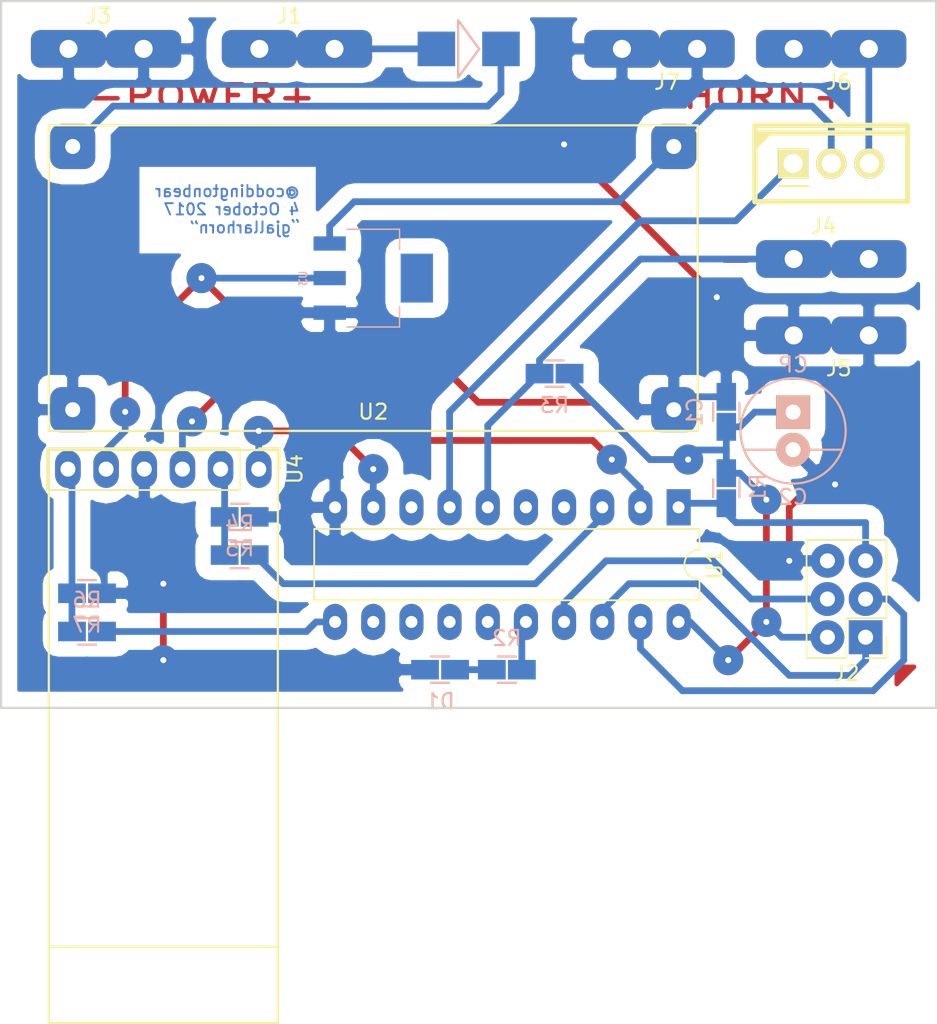
<source format=kicad_pcb>
(kicad_pcb (version 20170920) (host pcbnew "(2017-09-25 revision 6e440ff)-master")

  (general
    (thickness 1.6)
    (drawings 15)
    (tracks 149)
    (zones 0)
    (modules 23)
    (nets 28)
  )

  (page A4)
  (layers
    (0 F.Cu signal)
    (31 B.Cu signal)
    (32 B.Adhes user)
    (33 F.Adhes user)
    (34 B.Paste user)
    (35 F.Paste user)
    (36 B.SilkS user)
    (37 F.SilkS user)
    (38 B.Mask user)
    (39 F.Mask user)
    (40 Dwgs.User user)
    (41 Cmts.User user)
    (42 Eco1.User user)
    (43 Eco2.User user)
    (44 Edge.Cuts user)
    (45 Margin user)
    (46 B.CrtYd user)
    (47 F.CrtYd user)
    (48 B.Fab user)
    (49 F.Fab user)
  )

  (setup
    (last_trace_width 0.45)
    (user_trace_width 0.45)
    (trace_clearance 0.2)
    (zone_clearance 1)
    (zone_45_only no)
    (trace_min 0.2)
    (segment_width 0.2)
    (edge_width 0.15)
    (via_size 2)
    (via_drill 0.4)
    (via_min_size 0.4)
    (via_min_drill 0.3)
    (user_via 2 0.4)
    (uvia_size 0.3)
    (uvia_drill 0.1)
    (uvias_allowed no)
    (uvia_min_size 0.2)
    (uvia_min_drill 0.1)
    (pcb_text_width 0.3)
    (pcb_text_size 1.5 1.5)
    (mod_edge_width 0.15)
    (mod_text_size 1 1)
    (mod_text_width 0.15)
    (pad_size 1.524 1.524)
    (pad_drill 0.762)
    (pad_to_mask_clearance 0.2)
    (aux_axis_origin 123.19 82.55)
    (visible_elements FFFFFFFF)
    (pcbplotparams
      (layerselection 0x01000_7ffffffe)
      (usegerberextensions false)
      (usegerberattributes true)
      (usegerberadvancedattributes true)
      (creategerberjobfile true)
      (excludeedgelayer true)
      (linewidth 0.100000)
      (plotframeref false)
      (viasonmask false)
      (mode 1)
      (useauxorigin true)
      (hpglpennumber 1)
      (hpglpenspeed 20)
      (hpglpendiameter 15)
      (psnegative false)
      (psa4output false)
      (plotreference true)
      (plotvalue true)
      (plotinvisibletext false)
      (padsonsilk false)
      (subtractmaskfromsilk false)
      (outputformat 1)
      (mirror false)
      (drillshape 0)
      (scaleselection 1)
      (outputdirectory ""))
  )

  (net 0 "")
  (net 1 +12V)
  (net 2 GND)
  (net 3 "Net-(D1-Pad2)")
  (net 4 "Net-(R2-Pad1)")
  (net 5 "Net-(R4-Pad2)")
  (net 6 "Net-(U1-Pad13)")
  (net 7 "Net-(U1-Pad4)")
  (net 8 "Net-(U1-Pad5)")
  (net 9 "Net-(U1-Pad15)")
  (net 10 "Net-(U1-Pad8)")
  (net 11 "Net-(D2-Pad1)")
  (net 12 "Net-(D2-Pad2)")
  (net 13 +5V)
  (net 14 HORN)
  (net 15 RESET)
  (net 16 TX)
  (net 17 "Net-(R6-Pad2)")
  (net 18 BT_ENABLE)
  (net 19 MISO)
  (net 20 SCK)
  (net 21 MOSI)
  (net 22 BT_STATE)
  (net 23 RX)
  (net 24 "Net-(U1-Pad14)")
  (net 25 "Net-(U1-Pad12)")
  (net 26 "Net-(J6-Pad1)")
  (net 27 "Net-(J4-Pad1)")

  (net_class Default "This is the default net class."
    (clearance 0.2)
    (trace_width 0.25)
    (via_dia 2)
    (via_drill 0.4)
    (uvia_dia 0.3)
    (uvia_drill 0.1)
    (add_net +12V)
    (add_net +5V)
    (add_net BT_ENABLE)
    (add_net BT_STATE)
    (add_net GND)
    (add_net HORN)
    (add_net MISO)
    (add_net MOSI)
    (add_net "Net-(D1-Pad2)")
    (add_net "Net-(D2-Pad1)")
    (add_net "Net-(D2-Pad2)")
    (add_net "Net-(J4-Pad1)")
    (add_net "Net-(J6-Pad1)")
    (add_net "Net-(R2-Pad1)")
    (add_net "Net-(R4-Pad2)")
    (add_net "Net-(R6-Pad2)")
    (add_net "Net-(U1-Pad12)")
    (add_net "Net-(U1-Pad13)")
    (add_net "Net-(U1-Pad14)")
    (add_net "Net-(U1-Pad15)")
    (add_net "Net-(U1-Pad4)")
    (add_net "Net-(U1-Pad5)")
    (add_net "Net-(U1-Pad8)")
    (add_net RESET)
    (add_net RX)
    (add_net SCK)
    (add_net TX)
  )

  (module usagi1975/kicad_mod.pretty:Capacitor_Electrolytic_D6.3xP2.5 (layer B.Cu) (tedit 59D5D1C7) (tstamp 5A5C82AF)
    (at 176.53 63.5)
    (descr "Capacitor, pol, cyl 5x6mm")
    (path /59C9EFEC)
    (fp_text reference C2 (at 0 4.4) (layer B.SilkS)
      (effects (font (size 1 1) (thickness 0.15)) (justify mirror))
    )
    (fp_text value CP (at 0 -4.4) (layer B.SilkS)
      (effects (font (size 1 1) (thickness 0.15)) (justify mirror))
    )
    (fp_line (start -1 1.25) (end -3.25 1.25) (layer B.SilkS) (width 0.15))
    (fp_line (start 1 1.25) (end 3.25 1.25) (layer B.SilkS) (width 0.15))
    (fp_circle (center 0 0) (end 3.5 0) (layer B.SilkS) (width 0.15))
    (pad 1 thru_hole rect (at 0 -1.25) (size 2.25 2.25) (drill 1) (layers *.Cu *.Mask B.SilkS)
      (net 13 +5V))
    (pad 2 thru_hole circle (at 0 1.25) (size 2.25 2.25) (drill 1) (layers *.Cu *.Mask B.SilkS)
      (net 2 GND))
    (model discret/Capacitor/cp_5x6mm.wrl
      (at (xyz 0 0 0))
      (scale (xyz 1 1 1))
      (rotate (xyz 0 0 0))
    )
  )

  (module KiCad/Pin_Headers.pretty:Pin_Header_Straight_2x03_Pitch2.54mm (layer F.Cu) (tedit 59D5D11D) (tstamp 5A008352)
    (at 181.356 77.216 180)
    (descr "Through hole straight pin header, 2x03, 2.54mm pitch, double rows")
    (tags "Through hole pin header THT 2x03 2.54mm double row")
    (path /59CB3FA3)
    (fp_text reference J2 (at 1.27 -2.39 180) (layer F.SilkS)
      (effects (font (size 1 1) (thickness 0.15)))
    )
    (fp_text value PROG (at 1.27 7.47 180) (layer F.Fab)
      (effects (font (size 1 1) (thickness 0.15)))
    )
    (fp_line (start -1.27 -1.27) (end -1.27 6.35) (layer F.Fab) (width 0.1))
    (fp_line (start -1.27 6.35) (end 3.81 6.35) (layer F.Fab) (width 0.1))
    (fp_line (start 3.81 6.35) (end 3.81 -1.27) (layer F.Fab) (width 0.1))
    (fp_line (start 3.81 -1.27) (end -1.27 -1.27) (layer F.Fab) (width 0.1))
    (fp_line (start -1.39 1.27) (end -1.39 6.47) (layer F.SilkS) (width 0.12))
    (fp_line (start -1.39 6.47) (end 3.93 6.47) (layer F.SilkS) (width 0.12))
    (fp_line (start 3.93 6.47) (end 3.93 -1.39) (layer F.SilkS) (width 0.12))
    (fp_line (start 3.93 -1.39) (end 1.27 -1.39) (layer F.SilkS) (width 0.12))
    (fp_line (start 1.27 -1.39) (end 1.27 1.27) (layer F.SilkS) (width 0.12))
    (fp_line (start 1.27 1.27) (end -1.39 1.27) (layer F.SilkS) (width 0.12))
    (fp_line (start -1.39 0) (end -1.39 -1.39) (layer F.SilkS) (width 0.12))
    (fp_line (start -1.39 -1.39) (end 0 -1.39) (layer F.SilkS) (width 0.12))
    (fp_line (start -1.6 -1.6) (end -1.6 6.6) (layer F.CrtYd) (width 0.05))
    (fp_line (start -1.6 6.6) (end 4.1 6.6) (layer F.CrtYd) (width 0.05))
    (fp_line (start 4.1 6.6) (end 4.1 -1.6) (layer F.CrtYd) (width 0.05))
    (fp_line (start 4.1 -1.6) (end -1.6 -1.6) (layer F.CrtYd) (width 0.05))
    (pad 1 thru_hole rect (at 0 0 180) (size 2.25 2.25) (drill 1) (layers *.Cu *.Mask)
      (net 19 MISO))
    (pad 2 thru_hole oval (at 2.54 0 180) (size 2.25 2.25) (drill 1) (layers *.Cu *.Mask)
      (net 13 +5V))
    (pad 3 thru_hole oval (at 0 2.54 180) (size 2.25 2.25) (drill 1) (layers *.Cu *.Mask)
      (net 20 SCK))
    (pad 4 thru_hole oval (at 2.54 2.54 180) (size 2.25 2.25) (drill 1) (layers *.Cu *.Mask)
      (net 21 MOSI))
    (pad 5 thru_hole oval (at 0 5.08 180) (size 2.25 2.25) (drill 1) (layers *.Cu *.Mask)
      (net 15 RESET))
    (pad 6 thru_hole oval (at 2.54 5.08 180) (size 2.25 2.25) (drill 1) (layers *.Cu *.Mask)
      (net 2 GND))
    (model Pin_Headers.3dshapes/Pin_Header_Straight_2x03_Pitch2.54mm.wrl
      (at (xyz 0.05 -0.1 0))
      (scale (xyz 1 1 1))
      (rotate (xyz 0 0 90))
    )
  )

  (module coddingtonbear/coddingtonbear.pretty:0805_Milling (layer B.Cu) (tedit 59D06948) (tstamp 59EFCE95)
    (at 129.54 74.295)
    (descr "Resistor SMD 0805, reflow soldering, Vishay (see dcrcw.pdf)")
    (tags "resistor 0805")
    (path /59CB1C6B)
    (attr smd)
    (fp_text reference R7 (at 0 2.1) (layer B.SilkS)
      (effects (font (size 1 1) (thickness 0.15)) (justify mirror))
    )
    (fp_text value 10k (at 0 -2.1) (layer B.Fab)
      (effects (font (size 1 1) (thickness 0.15)) (justify mirror))
    )
    (fp_line (start -0.6 0.875) (end 0.6 0.875) (layer B.SilkS) (width 0.15))
    (fp_line (start 0.6 -0.875) (end -0.6 -0.875) (layer B.SilkS) (width 0.15))
    (pad 2 smd rect (at 1 0) (size 1.85 1.3) (layers B.Cu B.Paste B.Mask)
      (net 2 GND))
    (pad 1 smd rect (at -1 0) (size 1.85 1.3) (layers B.Cu B.Paste B.Mask)
      (net 17 "Net-(R6-Pad2)"))
    (model Resistors_SMD.3dshapes/R_0805.wrl
      (at (xyz 0 0 0))
      (scale (xyz 1 1 1))
      (rotate (xyz 0 0 0))
    )
  )

  (module coddingtonbear/coddingtonbear.pretty:0805_Milling (layer B.Cu) (tedit 59D06948) (tstamp 59EFCE8D)
    (at 129.54 76.835 180)
    (descr "Resistor SMD 0805, reflow soldering, Vishay (see dcrcw.pdf)")
    (tags "resistor 0805")
    (path /59CB1C2F)
    (attr smd)
    (fp_text reference R6 (at 0 2.1 180) (layer B.SilkS)
      (effects (font (size 1 1) (thickness 0.15)) (justify mirror))
    )
    (fp_text value 6.8k (at 0 -2.1 180) (layer B.Fab)
      (effects (font (size 1 1) (thickness 0.15)) (justify mirror))
    )
    (fp_line (start -0.6 0.875) (end 0.6 0.875) (layer B.SilkS) (width 0.15))
    (fp_line (start 0.6 -0.875) (end -0.6 -0.875) (layer B.SilkS) (width 0.15))
    (pad 2 smd rect (at 1 0 180) (size 1.85 1.3) (layers B.Cu B.Paste B.Mask)
      (net 17 "Net-(R6-Pad2)"))
    (pad 1 smd rect (at -1 0 180) (size 1.85 1.3) (layers B.Cu B.Paste B.Mask)
      (net 18 BT_ENABLE))
    (model Resistors_SMD.3dshapes/R_0805.wrl
      (at (xyz 0 0 0))
      (scale (xyz 1 1 1))
      (rotate (xyz 0 0 0))
    )
  )

  (module coddingtonbear/coddingtonbear.pretty:0805_Milling (layer B.Cu) (tedit 59D06948) (tstamp 59EFCE85)
    (at 139.7 69.215)
    (descr "Resistor SMD 0805, reflow soldering, Vishay (see dcrcw.pdf)")
    (tags "resistor 0805")
    (path /59CB1BF7)
    (attr smd)
    (fp_text reference R5 (at 0 2.1) (layer B.SilkS)
      (effects (font (size 1 1) (thickness 0.15)) (justify mirror))
    )
    (fp_text value 10k (at 0 -2.1) (layer B.Fab)
      (effects (font (size 1 1) (thickness 0.15)) (justify mirror))
    )
    (fp_line (start -0.6 0.875) (end 0.6 0.875) (layer B.SilkS) (width 0.15))
    (fp_line (start 0.6 -0.875) (end -0.6 -0.875) (layer B.SilkS) (width 0.15))
    (pad 2 smd rect (at 1 0) (size 1.85 1.3) (layers B.Cu B.Paste B.Mask)
      (net 2 GND))
    (pad 1 smd rect (at -1 0) (size 1.85 1.3) (layers B.Cu B.Paste B.Mask)
      (net 5 "Net-(R4-Pad2)"))
    (model Resistors_SMD.3dshapes/R_0805.wrl
      (at (xyz 0 0 0))
      (scale (xyz 1 1 1))
      (rotate (xyz 0 0 0))
    )
  )

  (module coddingtonbear/coddingtonbear.pretty:0805_Milling (layer B.Cu) (tedit 59D06948) (tstamp 5A00832C)
    (at 139.7 71.755 180)
    (descr "Resistor SMD 0805, reflow soldering, Vishay (see dcrcw.pdf)")
    (tags "resistor 0805")
    (path /59CB1BA0)
    (attr smd)
    (fp_text reference R4 (at 0 2.1 180) (layer B.SilkS)
      (effects (font (size 1 1) (thickness 0.15)) (justify mirror))
    )
    (fp_text value 6.8k (at 0 -2.1 180) (layer B.Fab)
      (effects (font (size 1 1) (thickness 0.15)) (justify mirror))
    )
    (fp_line (start -0.6 0.875) (end 0.6 0.875) (layer B.SilkS) (width 0.15))
    (fp_line (start 0.6 -0.875) (end -0.6 -0.875) (layer B.SilkS) (width 0.15))
    (pad 2 smd rect (at 1 0 180) (size 1.85 1.3) (layers B.Cu B.Paste B.Mask)
      (net 5 "Net-(R4-Pad2)"))
    (pad 1 smd rect (at -1 0 180) (size 1.85 1.3) (layers B.Cu B.Paste B.Mask)
      (net 16 TX))
    (model Resistors_SMD.3dshapes/R_0805.wrl
      (at (xyz 0 0 0))
      (scale (xyz 1 1 1))
      (rotate (xyz 0 0 0))
    )
  )

  (module coddingtonbear/coddingtonbear.pretty:0805_Milling (layer B.Cu) (tedit 59D06948) (tstamp 5A008324)
    (at 160.655 59.69)
    (descr "Resistor SMD 0805, reflow soldering, Vishay (see dcrcw.pdf)")
    (tags "resistor 0805")
    (path /59C9BE7F)
    (attr smd)
    (fp_text reference R3 (at 0 2.1) (layer B.SilkS)
      (effects (font (size 1 1) (thickness 0.15)) (justify mirror))
    )
    (fp_text value 10k (at 0 -2.1) (layer B.Fab)
      (effects (font (size 1 1) (thickness 0.15)) (justify mirror))
    )
    (fp_line (start -0.6 0.875) (end 0.6 0.875) (layer B.SilkS) (width 0.15))
    (fp_line (start 0.6 -0.875) (end -0.6 -0.875) (layer B.SilkS) (width 0.15))
    (pad 2 smd rect (at 1 0) (size 1.85 1.3) (layers B.Cu B.Paste B.Mask)
      (net 13 +5V))
    (pad 1 smd rect (at -1 0) (size 1.85 1.3) (layers B.Cu B.Paste B.Mask)
      (net 27 "Net-(J4-Pad1)"))
    (model Resistors_SMD.3dshapes/R_0805.wrl
      (at (xyz 0 0 0))
      (scale (xyz 1 1 1))
      (rotate (xyz 0 0 0))
    )
  )

  (module coddingtonbear/coddingtonbear.pretty:0805_Milling (layer B.Cu) (tedit 59D06948) (tstamp 5A00831C)
    (at 157.48 79.375 180)
    (descr "Resistor SMD 0805, reflow soldering, Vishay (see dcrcw.pdf)")
    (tags "resistor 0805")
    (path /59C9C85B)
    (attr smd)
    (fp_text reference R2 (at 0 2.1 180) (layer B.SilkS)
      (effects (font (size 1 1) (thickness 0.15)) (justify mirror))
    )
    (fp_text value 1k (at 0 -2.1 180) (layer B.Fab)
      (effects (font (size 1 1) (thickness 0.15)) (justify mirror))
    )
    (fp_line (start -0.6 0.875) (end 0.6 0.875) (layer B.SilkS) (width 0.15))
    (fp_line (start 0.6 -0.875) (end -0.6 -0.875) (layer B.SilkS) (width 0.15))
    (pad 2 smd rect (at 1 0 180) (size 1.85 1.3) (layers B.Cu B.Paste B.Mask)
      (net 3 "Net-(D1-Pad2)"))
    (pad 1 smd rect (at -1 0 180) (size 1.85 1.3) (layers B.Cu B.Paste B.Mask)
      (net 4 "Net-(R2-Pad1)"))
    (model Resistors_SMD.3dshapes/R_0805.wrl
      (at (xyz 0 0 0))
      (scale (xyz 1 1 1))
      (rotate (xyz 0 0 0))
    )
  )

  (module coddingtonbear/coddingtonbear.pretty:0805_Milling (layer B.Cu) (tedit 59D06948) (tstamp 5A008314)
    (at 172.085 67.31 90)
    (descr "Resistor SMD 0805, reflow soldering, Vishay (see dcrcw.pdf)")
    (tags "resistor 0805")
    (path /59C9EA98)
    (attr smd)
    (fp_text reference R1 (at 0 2.1 90) (layer B.SilkS)
      (effects (font (size 1 1) (thickness 0.15)) (justify mirror))
    )
    (fp_text value 10k (at 0 -2.1 90) (layer B.Fab)
      (effects (font (size 1 1) (thickness 0.15)) (justify mirror))
    )
    (fp_line (start -0.6 0.875) (end 0.6 0.875) (layer B.SilkS) (width 0.15))
    (fp_line (start 0.6 -0.875) (end -0.6 -0.875) (layer B.SilkS) (width 0.15))
    (pad 2 smd rect (at 1 0 90) (size 1.85 1.3) (layers B.Cu B.Paste B.Mask)
      (net 13 +5V))
    (pad 1 smd rect (at -1 0 90) (size 1.85 1.3) (layers B.Cu B.Paste B.Mask)
      (net 15 RESET))
    (model Resistors_SMD.3dshapes/R_0805.wrl
      (at (xyz 0 0 0))
      (scale (xyz 1 1 1))
      (rotate (xyz 0 0 0))
    )
  )

  (module coddingtonbear/coddingtonbear.pretty:0805_Milling (layer B.Cu) (tedit 59D06948) (tstamp 5A00830C)
    (at 153.035 79.375)
    (descr "Resistor SMD 0805, reflow soldering, Vishay (see dcrcw.pdf)")
    (tags "resistor 0805")
    (path /59C9C724)
    (attr smd)
    (fp_text reference D1 (at 0 2.1) (layer B.SilkS)
      (effects (font (size 1 1) (thickness 0.15)) (justify mirror))
    )
    (fp_text value RED (at 0 -2.1) (layer B.Fab)
      (effects (font (size 1 1) (thickness 0.15)) (justify mirror))
    )
    (fp_line (start -0.6 0.875) (end 0.6 0.875) (layer B.SilkS) (width 0.15))
    (fp_line (start 0.6 -0.875) (end -0.6 -0.875) (layer B.SilkS) (width 0.15))
    (pad 2 smd rect (at 1 0) (size 1.85 1.3) (layers B.Cu B.Paste B.Mask)
      (net 3 "Net-(D1-Pad2)"))
    (pad 1 smd rect (at -1 0) (size 1.85 1.3) (layers B.Cu B.Paste B.Mask)
      (net 2 GND))
    (model Resistors_SMD.3dshapes/R_0805.wrl
      (at (xyz 0 0 0))
      (scale (xyz 1 1 1))
      (rotate (xyz 0 0 0))
    )
  )

  (module coddingtonbear/coddingtonbear.pretty:0805_Milling (layer B.Cu) (tedit 59D06948) (tstamp 5A008304)
    (at 172.085 62.23 270)
    (descr "Resistor SMD 0805, reflow soldering, Vishay (see dcrcw.pdf)")
    (tags "resistor 0805")
    (path /59C9E84C)
    (attr smd)
    (fp_text reference C1 (at 0 2.1 270) (layer B.SilkS)
      (effects (font (size 1 1) (thickness 0.15)) (justify mirror))
    )
    (fp_text value 0.1u (at 0 -2.1 270) (layer B.Fab)
      (effects (font (size 1 1) (thickness 0.15)) (justify mirror))
    )
    (fp_line (start -0.6 0.875) (end 0.6 0.875) (layer B.SilkS) (width 0.15))
    (fp_line (start 0.6 -0.875) (end -0.6 -0.875) (layer B.SilkS) (width 0.15))
    (pad 2 smd rect (at 1 0 270) (size 1.85 1.3) (layers B.Cu B.Paste B.Mask)
      (net 13 +5V))
    (pad 1 smd rect (at -1 0 270) (size 1.85 1.3) (layers B.Cu B.Paste B.Mask)
      (net 2 GND))
    (model Resistors_SMD.3dshapes/R_0805.wrl
      (at (xyz 0 0 0))
      (scale (xyz 1 1 1))
      (rotate (xyz 0 0 0))
    )
  )

  (module coddingtonbear/coddingtonbear.pretty:TAB (layer F.Cu) (tedit 59D063AF) (tstamp 59F517F0)
    (at 167.64 38.1)
    (path /59D065E7)
    (fp_text reference J7 (at 0.5 2.2) (layer F.SilkS)
      (effects (font (size 1 1) (thickness 0.15)))
    )
    (fp_text value HORN- (at 0.1 -2) (layer F.Fab)
      (effects (font (size 1 1) (thickness 0.15)))
    )
    (pad 1 thru_hole roundrect (at -2.5 0) (size 5 2.5) (drill 1.2) (layers *.Cu *.Mask)(roundrect_rratio 0.25)
      (net 2 GND))
    (pad 1 thru_hole roundrect (at 2.5 0) (size 5 2.5) (drill 1.2) (layers *.Cu *.Mask)(roundrect_rratio 0.25)
      (net 2 GND))
  )

  (module coddingtonbear/coddingtonbear.pretty:TAB (layer F.Cu) (tedit 59D063AF) (tstamp 59F517EA)
    (at 179.07 38.1)
    (path /59D064F1)
    (fp_text reference J6 (at 0.5 2.2) (layer F.SilkS)
      (effects (font (size 1 1) (thickness 0.15)))
    )
    (fp_text value HORN+ (at 0.1 -2) (layer F.Fab)
      (effects (font (size 1 1) (thickness 0.15)))
    )
    (pad 1 thru_hole roundrect (at 2.5 0) (size 5 2.5) (drill 1.2) (layers *.Cu *.Mask)(roundrect_rratio 0.25)
      (net 26 "Net-(J6-Pad1)"))
    (pad 1 thru_hole roundrect (at -2.5 0) (size 5 2.5) (drill 1.2) (layers *.Cu *.Mask)(roundrect_rratio 0.25)
      (net 26 "Net-(J6-Pad1)"))
  )

  (module coddingtonbear/coddingtonbear.pretty:TAB (layer F.Cu) (tedit 59D063AF) (tstamp 59F517E4)
    (at 179.07 57.15)
    (path /59D0722C)
    (fp_text reference J5 (at 0.5 2.2) (layer F.SilkS)
      (effects (font (size 1 1) (thickness 0.15)))
    )
    (fp_text value BUTTON+ (at 0.1 -2) (layer F.Fab)
      (effects (font (size 1 1) (thickness 0.15)))
    )
    (pad 1 thru_hole roundrect (at -2.5 0) (size 5 2.5) (drill 1.2) (layers *.Cu *.Mask)(roundrect_rratio 0.25)
      (net 2 GND))
    (pad 1 thru_hole roundrect (at 2.5 0) (size 5 2.5) (drill 1.2) (layers *.Cu *.Mask)(roundrect_rratio 0.25)
      (net 2 GND))
  )

  (module coddingtonbear/coddingtonbear.pretty:TAB (layer F.Cu) (tedit 59D063AF) (tstamp 59F517DE)
    (at 179.07 52.07 180)
    (path /59D07121)
    (fp_text reference J4 (at 0.5 2.2 180) (layer F.SilkS)
      (effects (font (size 1 1) (thickness 0.15)))
    )
    (fp_text value BUTTON- (at 0.1 -2 180) (layer F.Fab)
      (effects (font (size 1 1) (thickness 0.15)))
    )
    (pad 1 thru_hole roundrect (at 2.5 0 180) (size 5 2.5) (drill 1.2) (layers *.Cu *.Mask)(roundrect_rratio 0.25)
      (net 27 "Net-(J4-Pad1)"))
    (pad 1 thru_hole roundrect (at -2.5 0 180) (size 5 2.5) (drill 1.2) (layers *.Cu *.Mask)(roundrect_rratio 0.25)
      (net 27 "Net-(J4-Pad1)"))
  )

  (module coddingtonbear/coddingtonbear.pretty:TAB (layer F.Cu) (tedit 59D063AF) (tstamp 59F517D4)
    (at 130.81 38.1 180)
    (path /59D06C6F)
    (fp_text reference J3 (at 0.5 2.2 180) (layer F.SilkS)
      (effects (font (size 1 1) (thickness 0.15)))
    )
    (fp_text value GND (at 0.1 -2 180) (layer F.Fab)
      (effects (font (size 1 1) (thickness 0.15)))
    )
    (pad 1 thru_hole roundrect (at -2.5 0 180) (size 5 2.5) (drill 1.2) (layers *.Cu *.Mask)(roundrect_rratio 0.25)
      (net 2 GND))
    (pad 1 thru_hole roundrect (at 2.5 0 180) (size 5 2.5) (drill 1.2) (layers *.Cu *.Mask)(roundrect_rratio 0.25)
      (net 2 GND))
  )

  (module coddingtonbear/coddingtonbear.pretty:TAB (layer F.Cu) (tedit 59D063AF) (tstamp 59F517CF)
    (at 143.51 38.1 180)
    (path /59D06BF2)
    (fp_text reference J1 (at 0.5 2.2 180) (layer F.SilkS)
      (effects (font (size 1 1) (thickness 0.15)))
    )
    (fp_text value VCC (at 0.1 -2 180) (layer F.Fab)
      (effects (font (size 1 1) (thickness 0.15)))
    )
    (pad 1 thru_hole roundrect (at 2.5 0 180) (size 5 2.5) (drill 1.2) (layers *.Cu *.Mask)(roundrect_rratio 0.25)
      (net 12 "Net-(D2-Pad2)"))
    (pad 1 thru_hole roundrect (at -2.5 0 180) (size 5 2.5) (drill 1.2) (layers *.Cu *.Mask)(roundrect_rratio 0.25)
      (net 12 "Net-(D2-Pad2)"))
  )

  (module KiCad/Pin_Headers.pretty:Pin_Header_Straight_1x06_Pitch2.54mm (layer F.Cu) (tedit 59CC7EDA) (tstamp 5A008384)
    (at 140.97 66.04 270)
    (descr "Through hole straight pin header, 1x06, 2.54mm pitch, single row")
    (tags "Through hole pin header THT 1x06 2.54mm single row")
    (path /59C9F16B)
    (fp_text reference U4 (at 0 -2.39 270) (layer F.SilkS)
      (effects (font (size 1 1) (thickness 0.15)))
    )
    (fp_text value HC-05_breakout (at 0 15.09 270) (layer F.Fab)
      (effects (font (size 1 1) (thickness 0.15)))
    )
    (fp_line (start -1.27 -1.27) (end -1.27 13.97) (layer F.Fab) (width 0.1))
    (fp_line (start -1.27 13.97) (end 1.27 13.97) (layer F.Fab) (width 0.1))
    (fp_line (start 1.27 13.97) (end 1.27 -1.27) (layer F.Fab) (width 0.1))
    (fp_line (start 1.27 -1.27) (end -1.27 -1.27) (layer F.Fab) (width 0.1))
    (fp_line (start -1.39 1.27) (end -1.39 14.09) (layer F.SilkS) (width 0.12))
    (fp_line (start -1.39 14.09) (end 1.39 14.09) (layer F.SilkS) (width 0.12))
    (fp_line (start 1.39 14.09) (end 1.39 1.27) (layer F.SilkS) (width 0.12))
    (fp_line (start 1.39 1.27) (end -1.39 1.27) (layer F.SilkS) (width 0.12))
    (fp_line (start -1.39 0) (end -1.39 -1.39) (layer F.SilkS) (width 0.12))
    (fp_line (start -1.39 -1.39) (end 0 -1.39) (layer F.SilkS) (width 0.12))
    (fp_line (start -1.6 -1.6) (end -1.6 14.3) (layer F.CrtYd) (width 0.05))
    (fp_line (start -1.6 14.3) (end 1.6 14.3) (layer F.CrtYd) (width 0.05))
    (fp_line (start 1.6 14.3) (end 1.6 -1.6) (layer F.CrtYd) (width 0.05))
    (fp_line (start 1.6 -1.6) (end -1.6 -1.6) (layer F.CrtYd) (width 0.05))
    (fp_line (start -1.27 13.97) (end -1.27 -1.27) (layer F.SilkS) (width 0.15))
    (fp_line (start 36.83 13.97) (end -1.27 13.97) (layer F.SilkS) (width 0.15))
    (fp_line (start 36.83 -1.27) (end 36.83 13.97) (layer F.SilkS) (width 0.15))
    (fp_line (start -1.27 -1.27) (end 36.83 -1.27) (layer F.SilkS) (width 0.15))
    (fp_line (start 31.75 -1.27) (end 31.75 13.97) (layer F.SilkS) (width 0.15))
    (pad 1 thru_hole oval (at 0 0 270) (size 2.5 1.7) (drill 1) (layers *.Cu *.Mask)
      (net 22 BT_STATE))
    (pad 2 thru_hole oval (at 0 2.54 270) (size 2.5 1.7) (drill 1) (layers *.Cu *.Mask)
      (net 5 "Net-(R4-Pad2)"))
    (pad 3 thru_hole oval (at 0 5.08 270) (size 2.5 1.7) (drill 1) (layers *.Cu *.Mask)
      (net 23 RX))
    (pad 4 thru_hole oval (at 0 7.62 270) (size 2.5 1.7) (drill 1) (layers *.Cu *.Mask)
      (net 2 GND))
    (pad 5 thru_hole oval (at 0 10.16 270) (size 2.5 1.7) (drill 1) (layers *.Cu *.Mask)
      (net 13 +5V))
    (pad 6 thru_hole oval (at 0 12.7 270) (size 2.5 1.7) (drill 1) (layers *.Cu *.Mask)
      (net 17 "Net-(R6-Pad2)"))
    (model Pin_Headers.3dshapes/Pin_Header_Straight_1x06_Pitch2.54mm.wrl
      (at (xyz 0 -0.25 0))
      (scale (xyz 1 1 1))
      (rotate (xyz 0 0 90))
    )
  )

  (module adamgreig/agg-kicad/agg.pretty:DO-214AA-SMB (layer B.Cu) (tedit 5770EBF8) (tstamp 5A38455E)
    (at 154.94 38.1 180)
    (path /59C9EA7C)
    (fp_text reference D2 (at -4.35 0 90) (layer B.Fab)
      (effects (font (size 1 1) (thickness 0.15)) (justify mirror))
    )
    (fp_text value D (at 4.35 0 90) (layer B.Fab)
      (effects (font (size 1 1) (thickness 0.15)) (justify mirror))
    )
    (fp_line (start -2.3 1.97) (end 2.3 1.97) (layer B.Fab) (width 0.01))
    (fp_line (start 2.3 1.97) (end 2.3 -1.97) (layer B.Fab) (width 0.01))
    (fp_line (start 2.3 -1.97) (end -2.3 -1.97) (layer B.Fab) (width 0.01))
    (fp_line (start -2.3 -1.97) (end -2.3 1.97) (layer B.Fab) (width 0.01))
    (fp_line (start -1.15 1.97) (end -1.15 -1.97) (layer B.Fab) (width 0.01))
    (fp_line (start -2.8 1.105) (end -2.8 -1.105) (layer B.Fab) (width 0.01))
    (fp_line (start -2.8 1.105) (end -2.3 1.105) (layer B.Fab) (width 0.01))
    (fp_line (start -2.8 -1.105) (end -2.3 -1.105) (layer B.Fab) (width 0.01))
    (fp_line (start 2.8 1.105) (end 2.8 -1.105) (layer B.Fab) (width 0.01))
    (fp_line (start 2.8 1.105) (end 2.3 1.105) (layer B.Fab) (width 0.01))
    (fp_line (start 2.8 -1.105) (end 2.3 -1.105) (layer B.Fab) (width 0.01))
    (fp_line (start -0.7 0) (end 0.7 1.895) (layer B.SilkS) (width 0.15))
    (fp_line (start -0.7 0) (end 0.7 -1.895) (layer B.SilkS) (width 0.15))
    (fp_line (start 0.7 1.895) (end 0.7 -1.895) (layer B.SilkS) (width 0.15))
    (fp_line (start -3.65 2.25) (end 3.65 2.25) (layer B.CrtYd) (width 0.01))
    (fp_line (start 3.65 2.25) (end 3.65 -2.25) (layer B.CrtYd) (width 0.01))
    (fp_line (start 3.65 -2.25) (end -3.65 -2.25) (layer B.CrtYd) (width 0.01))
    (fp_line (start -3.65 -2.25) (end -3.65 2.25) (layer B.CrtYd) (width 0.01))
    (pad 1 smd rect (at -2.15 0 180) (size 2.5 2.3) (layers B.Cu B.Paste B.Mask)
      (net 11 "Net-(D2-Pad1)"))
    (pad 2 smd rect (at 2.15 0 180) (size 2.5 2.3) (layers B.Cu B.Paste B.Mask)
      (net 12 "Net-(D2-Pad2)"))
    (model ${KISYS3DMOD}/Diodes_SMD.3dshapes/SMB_Standard.wrl
      (at (xyz 0 0 0))
      (scale (xyz 0.3937 0.3937 0.3937))
      (rotate (xyz 0 0 180))
    )
  )

  (module KiCad/Housings_DIP.pretty:DIP-20_W7.62mm_LongPads (layer F.Cu) (tedit 586281B5) (tstamp 5A0083E8)
    (at 168.91 68.58 270)
    (descr "20-lead dip package, row spacing 7.62 mm (300 mils), LongPads")
    (tags "DIL DIP PDIP 2.54mm 7.62mm 300mil LongPads")
    (path /59C9BBF9)
    (fp_text reference U1 (at 3.81 -2.39 270) (layer F.SilkS)
      (effects (font (size 1 1) (thickness 0.15)))
    )
    (fp_text value ATTINY2313-20PU (at 3.81 25.25 270) (layer F.Fab)
      (effects (font (size 1 1) (thickness 0.15)))
    )
    (fp_arc (start 3.81 -1.39) (end 2.81 -1.39) (angle -180) (layer F.SilkS) (width 0.12))
    (fp_line (start 1.635 -1.27) (end 6.985 -1.27) (layer F.Fab) (width 0.1))
    (fp_line (start 6.985 -1.27) (end 6.985 24.13) (layer F.Fab) (width 0.1))
    (fp_line (start 6.985 24.13) (end 0.635 24.13) (layer F.Fab) (width 0.1))
    (fp_line (start 0.635 24.13) (end 0.635 -0.27) (layer F.Fab) (width 0.1))
    (fp_line (start 0.635 -0.27) (end 1.635 -1.27) (layer F.Fab) (width 0.1))
    (fp_line (start 2.81 -1.39) (end 1.44 -1.39) (layer F.SilkS) (width 0.12))
    (fp_line (start 1.44 -1.39) (end 1.44 24.25) (layer F.SilkS) (width 0.12))
    (fp_line (start 1.44 24.25) (end 6.18 24.25) (layer F.SilkS) (width 0.12))
    (fp_line (start 6.18 24.25) (end 6.18 -1.39) (layer F.SilkS) (width 0.12))
    (fp_line (start 6.18 -1.39) (end 4.81 -1.39) (layer F.SilkS) (width 0.12))
    (fp_line (start -1.5 -1.6) (end -1.5 24.4) (layer F.CrtYd) (width 0.05))
    (fp_line (start -1.5 24.4) (end 9.1 24.4) (layer F.CrtYd) (width 0.05))
    (fp_line (start 9.1 24.4) (end 9.1 -1.6) (layer F.CrtYd) (width 0.05))
    (fp_line (start 9.1 -1.6) (end -1.5 -1.6) (layer F.CrtYd) (width 0.05))
    (pad 1 thru_hole rect (at 0 0 270) (size 2.4 1.6) (drill 0.8) (layers *.Cu *.Mask)
      (net 15 RESET))
    (pad 11 thru_hole oval (at 7.62 22.86 270) (size 2.4 1.6) (drill 0.8) (layers *.Cu *.Mask)
      (net 18 BT_ENABLE))
    (pad 2 thru_hole oval (at 0 2.54 270) (size 2.4 1.6) (drill 0.8) (layers *.Cu *.Mask)
      (net 23 RX))
    (pad 12 thru_hole oval (at 7.62 20.32 270) (size 2.4 1.6) (drill 0.8) (layers *.Cu *.Mask)
      (net 25 "Net-(U1-Pad12)"))
    (pad 3 thru_hole oval (at 0 5.08 270) (size 2.4 1.6) (drill 0.8) (layers *.Cu *.Mask)
      (net 16 TX))
    (pad 13 thru_hole oval (at 7.62 17.78 270) (size 2.4 1.6) (drill 0.8) (layers *.Cu *.Mask)
      (net 6 "Net-(U1-Pad13)"))
    (pad 4 thru_hole oval (at 0 7.62 270) (size 2.4 1.6) (drill 0.8) (layers *.Cu *.Mask)
      (net 7 "Net-(U1-Pad4)"))
    (pad 14 thru_hole oval (at 7.62 15.24 270) (size 2.4 1.6) (drill 0.8) (layers *.Cu *.Mask)
      (net 24 "Net-(U1-Pad14)"))
    (pad 5 thru_hole oval (at 0 10.16 270) (size 2.4 1.6) (drill 0.8) (layers *.Cu *.Mask)
      (net 8 "Net-(U1-Pad5)"))
    (pad 15 thru_hole oval (at 7.62 12.7 270) (size 2.4 1.6) (drill 0.8) (layers *.Cu *.Mask)
      (net 9 "Net-(U1-Pad15)"))
    (pad 6 thru_hole oval (at 0 12.7 270) (size 2.4 1.6) (drill 0.8) (layers *.Cu *.Mask)
      (net 27 "Net-(J4-Pad1)"))
    (pad 16 thru_hole oval (at 7.62 10.16 270) (size 2.4 1.6) (drill 0.8) (layers *.Cu *.Mask)
      (net 4 "Net-(R2-Pad1)"))
    (pad 7 thru_hole oval (at 0 15.24 270) (size 2.4 1.6) (drill 0.8) (layers *.Cu *.Mask)
      (net 14 HORN))
    (pad 17 thru_hole oval (at 7.62 7.62 270) (size 2.4 1.6) (drill 0.8) (layers *.Cu *.Mask)
      (net 21 MOSI))
    (pad 8 thru_hole oval (at 0 17.78 270) (size 2.4 1.6) (drill 0.8) (layers *.Cu *.Mask)
      (net 10 "Net-(U1-Pad8)"))
    (pad 18 thru_hole oval (at 7.62 5.08 270) (size 2.4 1.6) (drill 0.8) (layers *.Cu *.Mask)
      (net 19 MISO))
    (pad 9 thru_hole oval (at 0 20.32 270) (size 2.4 1.6) (drill 0.8) (layers *.Cu *.Mask)
      (net 22 BT_STATE))
    (pad 19 thru_hole oval (at 7.62 2.54 270) (size 2.4 1.6) (drill 0.8) (layers *.Cu *.Mask)
      (net 20 SCK))
    (pad 10 thru_hole oval (at 0 22.86 270) (size 2.4 1.6) (drill 0.8) (layers *.Cu *.Mask)
      (net 2 GND))
    (pad 20 thru_hole oval (at 7.62 0 270) (size 2.4 1.6) (drill 0.8) (layers *.Cu *.Mask)
      (net 13 +5V))
    (model Housings_DIP.3dshapes/DIP-20_W7.62mm_LongPads.wrl
      (at (xyz 0 0 0))
      (scale (xyz 1 1 1))
      (rotate (xyz 0 0 0))
    )
  )

  (module brunoeagle/kicad-open-modules:SOT-223 (layer B.Cu) (tedit 552C379F) (tstamp 5A008338)
    (at 148.59 53.34 90)
    (path /59C9B2A4)
    (fp_text reference U3 (at -0.014 -4.667 -90) (layer B.SilkS)
      (effects (font (size 0.5 0.5) (thickness 0.1)) (justify mirror))
    )
    (fp_text value AP1117-5.0 (at 3.868 0) (layer B.Fab)
      (effects (font (size 0.5 0.5) (thickness 0.1)) (justify mirror))
    )
    (fp_line (start -3.25 -1.75) (end -3.25 1.75) (layer B.SilkS) (width 0.1))
    (fp_line (start -3.25 1.75) (end -1.9 1.75) (layer B.SilkS) (width 0.1))
    (fp_line (start 3.25 1.75) (end 1.9 1.75) (layer B.SilkS) (width 0.1))
    (fp_line (start 3.25 1.75) (end 3.25 -1.75) (layer B.SilkS) (width 0.1))
    (pad 3 smd rect (at 2.3 -2.9 90) (size 0.95 2.15) (layers B.Cu B.Paste B.Mask)
      (net 1 +12V))
    (pad 2 smd rect (at 0 -2.9 90) (size 0.95 2.15) (layers B.Cu B.Paste B.Mask)
      (net 13 +5V))
    (pad 1 smd rect (at -2.3 -2.9 90) (size 0.95 2.15) (layers B.Cu B.Paste B.Mask)
      (net 2 GND))
    (pad 4 smd rect (at 0 2.9 90) (size 3.25 2.15) (layers B.Cu B.Paste B.Mask))
  )

  (module coddingtonbear/coddingtonbear.pretty:BOOST_REGULATOR (layer F.Cu) (tedit 59B5011A) (tstamp 5A0082FC)
    (at 148.59 53.34)
    (path /59C9AB0F)
    (fp_text reference U2 (at 0 8.89) (layer F.SilkS)
      (effects (font (size 1 1) (thickness 0.15)))
    )
    (fp_text value BOOST_REGULATOR (at 0 -8.89) (layer F.Fab)
      (effects (font (size 1 1) (thickness 0.15)))
    )
    (fp_line (start -21.59 10.16) (end -21.59 -10.16) (layer F.SilkS) (width 0.15))
    (fp_line (start 21.59 10.16) (end -21.59 10.16) (layer F.SilkS) (width 0.15))
    (fp_line (start 21.59 -10.16) (end 21.59 10.16) (layer F.SilkS) (width 0.15))
    (fp_line (start -21.59 -10.16) (end 21.59 -10.16) (layer F.SilkS) (width 0.15))
    (pad 1 thru_hole roundrect (at -20 -8.75) (size 3 3) (drill 1) (layers *.Cu *.Mask)(roundrect_rratio 0.25)
      (net 11 "Net-(D2-Pad1)"))
    (pad 2 thru_hole roundrect (at -20 8.75) (size 3 3) (drill 1) (layers *.Cu *.Mask)(roundrect_rratio 0.25)
      (net 2 GND))
    (pad 3 thru_hole roundrect (at 20 -8.75) (size 3 3) (drill 1) (layers *.Cu *.Mask)(roundrect_rratio 0.25)
      (net 1 +12V))
    (pad 4 thru_hole roundrect (at 20 8.75) (size 3 3) (drill 1) (layers *.Cu *.Mask)(roundrect_rratio 0.25)
      (net 2 GND))
  )

  (module cpavlina/kicad-pcblib/pth-semi.pretty:TO-220 (layer F.Cu) (tedit 54CBD66A) (tstamp 5A0082F0)
    (at 179.07 45.72)
    (path /59C9B762)
    (fp_text reference Q1 (at 0 0) (layer F.SilkS)
      (effects (font (size 0.8 0.8) (thickness 0.15)))
    )
    (fp_text value Q_NMOS_GDS (at 0 0) (layer F.Fab)
      (effects (font (size 0.8 0.8) (thickness 0.15)))
    )
    (fp_line (start -5 -1.75) (end -4.75 -2) (layer F.Fab) (width 0.15))
    (fp_line (start -4.5 -2) (end -5 -1.5) (layer F.Fab) (width 0.15))
    (fp_line (start -5 -1.25) (end -4.25 -2) (layer F.Fab) (width 0.15))
    (fp_line (start -4 -2) (end -5 -1) (layer F.Fab) (width 0.15))
    (fp_line (start -5 -2) (end 5 -2) (layer F.Fab) (width 0.15))
    (fp_line (start 5 2.5) (end 5 -2.5) (layer F.Fab) (width 0.15))
    (fp_line (start 5 -2.5) (end -5 -2.5) (layer F.Fab) (width 0.15))
    (fp_line (start -5 -2.5) (end -5 2.5) (layer F.Fab) (width 0.15))
    (fp_line (start -5 2.5) (end 5 2.5) (layer F.Fab) (width 0.15))
    (fp_line (start 5.5 2.75) (end 5.5 -3.25) (layer F.CrtYd) (width 0.15))
    (fp_line (start 5.5 -3.25) (end -5.5 -3.25) (layer F.CrtYd) (width 0.15))
    (fp_line (start -5.5 -3.25) (end -5.5 2.75) (layer F.CrtYd) (width 0.15))
    (fp_line (start -5.5 2.75) (end 5.5 2.75) (layer F.CrtYd) (width 0.15))
    (fp_line (start -3.5 1.5) (end -1.5 1.5) (layer F.SilkS) (width 0.15))
    (fp_line (start -5.0292 -1.1176) (end -4.1656 -1.9812) (layer F.SilkS) (width 0.35))
    (fp_line (start -4.572 -2.032) (end -5.08 -1.524) (layer F.SilkS) (width 0.35))
    (fp_line (start -5.08 -2.032) (end 5.08 -2.032) (layer F.SilkS) (width 0.35))
    (fp_line (start -5.08 -2.54) (end -5.08 2.54) (layer F.SilkS) (width 0.35))
    (fp_line (start -5.08 2.54) (end 5.08 2.54) (layer F.SilkS) (width 0.35))
    (fp_line (start 5.08 2.54) (end 5.08 -2.54) (layer F.SilkS) (width 0.35))
    (fp_line (start 5.08 -2.54) (end -5.08 -2.54) (layer F.SilkS) (width 0.35))
    (pad 2 thru_hole circle (at 0 0) (size 1.99898 1.99898) (drill 1.27) (layers *.Cu *.Mask F.SilkS)
      (net 1 +12V))
    (pad 1 thru_hole rect (at -2.54 0) (size 1.99898 1.99898) (drill 1.27) (layers *.Cu *.Mask F.SilkS)
      (net 14 HORN))
    (pad 3 thru_hole circle (at 2.54 0) (size 1.99898 1.99898) (drill 1.27) (layers *.Cu *.Mask F.SilkS)
      (net 26 "Net-(J6-Pad1)"))
    (model to/to220_std.wrl
      (at (xyz 0 0 0))
      (scale (xyz 1 1 1))
      (rotate (xyz 0 0 0))
    )
  )

  (gr_text "@coddingtonbear\n4 October 2017\n“gjallarhorn”" (at 143.764 48.768) (layer B.Cu)
    (effects (font (size 0.75 0.75) (thickness 0.125)) (justify left mirror))
  )
  (gr_text "◤\n" (at 183.896 79.756 90) (layer F.Cu)
    (effects (font (size 1.5 1.5) (thickness 0.3)) (justify mirror))
  )
  (gr_text ACT (at 181.61 60.96) (layer F.Cu) (tstamp 59F52782)
    (effects (font (size 1.5 2) (thickness 0.3)))
  )
  (gr_text POWER (at 137.16 41.275) (layer F.Cu) (tstamp 59F52777)
    (effects (font (size 1.5 2) (thickness 0.3)))
  )
  (gr_text HORN (at 173.355 41.275) (layer F.Cu)
    (effects (font (size 1.5 2) (thickness 0.3)))
  )
  (gr_text + (at 172.72 57.15) (layer F.Cu) (tstamp 59F5276E)
    (effects (font (size 1.5 2) (thickness 0.3)) (justify mirror))
  )
  (gr_text - (at 172.72 52.07) (layer F.Cu) (tstamp 59F5276C)
    (effects (font (size 1.5 2) (thickness 0.3)) (justify mirror))
  )
  (gr_text + (at 179.07 41.275) (layer F.Cu) (tstamp 59F5276A)
    (effects (font (size 1.5 2) (thickness 0.3)) (justify mirror))
  )
  (gr_text - (at 167.64 41.275) (layer F.Cu) (tstamp 59F52768)
    (effects (font (size 1.5 2) (thickness 0.3)) (justify mirror))
  )
  (gr_text + (at 143.51 41.275) (layer F.Cu) (tstamp 59F52764)
    (effects (font (size 1.5 2) (thickness 0.3)) (justify mirror))
  )
  (gr_text - (at 130.81 41.275) (layer F.Cu)
    (effects (font (size 1.5 2) (thickness 0.3)) (justify mirror))
  )
  (gr_line (start 123.825 81.915) (end 123.825 34.925) (angle 90) (layer Edge.Cuts) (width 0.15))
  (gr_line (start 186.055 81.915) (end 123.825 81.915) (angle 90) (layer Edge.Cuts) (width 0.15))
  (gr_line (start 186.055 34.925) (end 186.055 81.915) (angle 90) (layer Edge.Cuts) (width 0.15))
  (gr_line (start 123.825 34.925) (end 186.055 34.925) (angle 90) (layer Edge.Cuts) (width 0.15))

  (segment (start 145.69 51.04) (end 145.69 49.89) (width 0.45) (layer B.Cu) (net 1) (status 400000))
  (segment (start 164.92 48.26) (end 168.59 44.59) (width 0.45) (layer B.Cu) (net 1) (tstamp 59F52742) (status 800000))
  (segment (start 147.32 48.26) (end 164.92 48.26) (width 0.45) (layer B.Cu) (net 1) (tstamp 59F52741))
  (segment (start 145.69 49.89) (end 147.32 48.26) (width 0.45) (layer B.Cu) (net 1) (tstamp 59F52740))
  (segment (start 179.07 45.72) (end 179.07 43.18) (width 0.45) (layer B.Cu) (net 1) (status 400000))
  (segment (start 171.27 41.91) (end 168.59 44.59) (width 0.45) (layer B.Cu) (net 1) (tstamp 59F5269D) (status 800000))
  (segment (start 177.8 41.91) (end 171.27 41.91) (width 0.45) (layer B.Cu) (net 1) (tstamp 59F5269C))
  (segment (start 179.07 43.18) (end 177.8 41.91) (width 0.45) (layer B.Cu) (net 1) (tstamp 59F5269B))
  (segment (start 178.816 72.136) (end 176.276 72.136) (width 0.45) (layer B.Cu) (net 2) (status 400000))
  (via (at 179.324 67.056) (size 2) (drill 0.4) (layers F.Cu B.Cu) (net 2))
  (segment (start 177.8 67.056) (end 179.324 67.056) (width 0.45) (layer F.Cu) (net 2) (tstamp 59D5D081))
  (segment (start 176.276 68.58) (end 177.8 67.056) (width 0.45) (layer F.Cu) (net 2) (tstamp 59D5D080))
  (segment (start 176.276 72.136) (end 176.276 68.58) (width 0.45) (layer F.Cu) (net 2) (tstamp 59D5D07F))
  (via (at 176.276 72.136) (size 2) (drill 0.4) (layers F.Cu B.Cu) (net 2))
  (via (at 171.45 54.61) (size 2) (drill 0.4) (layers F.Cu B.Cu) (net 2))
  (segment (start 165.14 38.1) (end 165.14 40.6) (width 0.45) (layer B.Cu) (net 2) (tstamp 59F52759) (status 400000))
  (segment (start 161.29 44.45) (end 165.14 40.6) (width 0.45) (layer B.Cu) (net 2) (tstamp 59F52758))
  (via (at 161.29 44.45) (size 2) (drill 0.4) (layers F.Cu B.Cu) (net 2))
  (segment (start 161.29 44.45) (end 171.45 54.61) (width 0.45) (layer F.Cu) (net 2) (tstamp 59F52755))
  (via (at 134.62 73.66) (size 2) (drill 0.4) (layers F.Cu B.Cu) (net 2))
  (via (at 134.62 78.74) (size 2) (drill 0.4) (layers F.Cu B.Cu) (net 2))
  (segment (start 134.62 73.66) (end 134.62 78.74) (width 0.45) (layer F.Cu) (net 2) (tstamp 59CC7FAD))
  (segment (start 172.085 61.23) (end 169.45 61.23) (width 0.45) (layer B.Cu) (net 2) (status C00000))
  (segment (start 169.45 61.23) (end 168.59 62.09) (width 0.45) (layer B.Cu) (net 2) (tstamp 5A271595) (status C00000))
  (segment (start 157.09 38.1) (end 157.09 41.03) (width 0.45) (layer B.Cu) (net 11) (status 400000))
  (segment (start 131.27 41.91) (end 128.59 44.59) (width 0.45) (layer B.Cu) (net 11) (tstamp 59F52691) (status 800000))
  (segment (start 156.21 41.91) (end 131.27 41.91) (width 0.45) (layer B.Cu) (net 11) (tstamp 59F52690))
  (segment (start 157.09 41.03) (end 156.21 41.91) (width 0.45) (layer B.Cu) (net 11) (tstamp 59F5268F))
  (segment (start 146.01 38.1) (end 152.79 38.1) (width 0.45) (layer B.Cu) (net 12) (status C00000))
  (segment (start 141.01 38.1) (end 146.01 38.1) (width 0.45) (layer B.Cu) (net 12) (status C00000))
  (segment (start 174.752 76.2) (end 174.752 68.072) (width 0.45) (layer F.Cu) (net 13))
  (segment (start 172.99 66.31) (end 172.085 66.31) (width 0.45) (layer B.Cu) (net 13) (tstamp 59D5D073) (status 800000))
  (segment (start 174.752 68.072) (end 172.99 66.31) (width 0.45) (layer B.Cu) (net 13) (tstamp 59D5D072))
  (via (at 174.752 68.072) (size 2) (drill 0.4) (layers F.Cu B.Cu) (net 13))
  (segment (start 168.91 76.2) (end 169.672 76.2) (width 0.45) (layer B.Cu) (net 13) (status C00000))
  (segment (start 169.672 76.2) (end 172.212 78.74) (width 0.45) (layer B.Cu) (net 13) (tstamp 59D5D066) (status 400000))
  (via (at 172.212 78.74) (size 2) (drill 0.4) (layers F.Cu B.Cu) (net 13))
  (segment (start 172.212 78.74) (end 174.752 76.2) (width 0.45) (layer F.Cu) (net 13) (tstamp 59D5D069))
  (via (at 174.752 76.2) (size 2) (drill 0.4) (layers F.Cu B.Cu) (net 13))
  (segment (start 174.752 76.2) (end 175.768 77.216) (width 0.45) (layer B.Cu) (net 13) (tstamp 59D5D06C))
  (segment (start 175.768 77.216) (end 178.816 77.216) (width 0.45) (layer B.Cu) (net 13) (tstamp 59D5D06D) (status 800000))
  (segment (start 161.925 60.325) (end 163.83 62.23) (width 0.45) (layer B.Cu) (net 13) (status 400000))
  (segment (start 167.005 65.405) (end 163.83 62.23) (width 0.45) (layer B.Cu) (net 13) (tstamp 59F526B9))
  (segment (start 167.005 65.405) (end 169.545 65.405) (width 0.45) (layer B.Cu) (net 13))
  (segment (start 161.925 60.325) (end 161.925 59.96) (width 0.45) (layer B.Cu) (net 13) (tstamp 59F52941) (status C00000))
  (segment (start 161.925 59.96) (end 161.655 59.69) (width 0.45) (layer B.Cu) (net 13) (tstamp 59F52942) (status C00000))
  (segment (start 151.765 57.785) (end 141.605 57.785) (width 0.45) (layer F.Cu) (net 13))
  (segment (start 141.605 57.785) (end 137.16 53.34) (width 0.45) (layer F.Cu) (net 13) (tstamp 59F5274F))
  (segment (start 167.005 65.405) (end 163.195 61.595) (width 0.45) (layer F.Cu) (net 13) (tstamp 5A27143F))
  (segment (start 163.195 61.595) (end 155.575 61.595) (width 0.45) (layer F.Cu) (net 13) (tstamp 5A271441))
  (segment (start 155.575 61.595) (end 151.765 57.785) (width 0.45) (layer F.Cu) (net 13) (tstamp 5A271443))
  (segment (start 169.545 65.405) (end 167.005 65.405) (width 0.45) (layer F.Cu) (net 13))
  (segment (start 132.08 62.23) (end 132.08 58.42) (width 0.45) (layer F.Cu) (net 13))
  (segment (start 132.08 58.42) (end 137.16 53.34) (width 0.45) (layer F.Cu) (net 13) (tstamp 59F52747))
  (segment (start 130.81 66.04) (end 130.81 64.77) (width 0.45) (layer B.Cu) (net 13) (status 400000))
  (via (at 132.08 62.23) (size 2) (drill 0.4) (layers F.Cu B.Cu) (net 13))
  (segment (start 132.08 63.5) (end 132.08 62.23) (width 0.45) (layer B.Cu) (net 13) (tstamp 5A273564))
  (segment (start 130.81 64.77) (end 132.08 63.5) (width 0.45) (layer B.Cu) (net 13) (tstamp 5A273563))
  (segment (start 137.16 53.34) (end 145.69 53.34) (width 0.45) (layer B.Cu) (net 13) (tstamp 59F5274B) (status 800000))
  (via (at 137.16 53.34) (size 2) (drill 0.4) (layers F.Cu B.Cu) (net 13))
  (segment (start 172.085 63.23) (end 172.99 63.23) (width 0.45) (layer B.Cu) (net 13) (status 400000))
  (segment (start 173.97 62.25) (end 176.53 62.25) (width 0.45) (layer B.Cu) (net 13) (tstamp 59F526B0) (status 800000))
  (segment (start 172.99 63.23) (end 173.97 62.25) (width 0.45) (layer B.Cu) (net 13) (tstamp 59F526AF))
  (segment (start 128.59 61.91) (end 128.59 62.09) (width 0.45) (layer B.Cu) (net 2) (tstamp 5A0241C5) (status C00000))
  (segment (start 156.48 79.375) (end 154.035 79.375) (width 0.45) (layer B.Cu) (net 3) (status C00000))
  (segment (start 158.48 79.375) (end 158.48 76.47) (width 0.45) (layer B.Cu) (net 4) (status C00000))
  (segment (start 158.48 76.47) (end 158.75 76.2) (width 0.45) (layer B.Cu) (net 4) (tstamp 5A26FB38) (status C00000))
  (segment (start 172.335 63.48) (end 172.085 63.23) (width 0.45) (layer B.Cu) (net 13) (tstamp 5A271592) (status C00000))
  (segment (start 170.18 64.77) (end 172.085 64.77) (width 0.45) (layer B.Cu) (net 13) (tstamp 5A270ABB))
  (segment (start 169.545 65.405) (end 170.18 64.77) (width 0.45) (layer B.Cu) (net 13) (tstamp 5A270ABA))
  (via (at 169.545 65.405) (size 2) (drill 0.4) (layers F.Cu B.Cu) (net 13))
  (segment (start 172.085 66.31) (end 172.085 64.77) (width 0.45) (layer B.Cu) (net 13) (status 400000))
  (segment (start 172.085 64.77) (end 172.085 63.23) (width 0.45) (layer B.Cu) (net 13) (tstamp 5A270ABE) (status 800000))
  (segment (start 153.67 68.58) (end 153.67 62.23) (width 0.45) (layer B.Cu) (net 14) (status 400000))
  (segment (start 172.72 49.53) (end 176.53 45.72) (width 0.45) (layer B.Cu) (net 14) (tstamp 59F526C9) (status 800000))
  (segment (start 166.37 49.53) (end 172.72 49.53) (width 0.45) (layer B.Cu) (net 14) (tstamp 59F526C7))
  (segment (start 153.67 62.23) (end 166.37 49.53) (width 0.45) (layer B.Cu) (net 14) (tstamp 59F526C5))
  (segment (start 172.085 68.31) (end 172.085 68.961) (width 0.45) (layer B.Cu) (net 15) (status C00000))
  (segment (start 172.085 68.961) (end 172.72 69.596) (width 0.45) (layer B.Cu) (net 15) (tstamp 59D5D077) (status 400000))
  (segment (start 181.356 69.596) (end 181.356 72.136) (width 0.45) (layer B.Cu) (net 15) (tstamp 59D5D079) (status 800000))
  (segment (start 172.72 69.596) (end 181.356 69.596) (width 0.45) (layer B.Cu) (net 15) (tstamp 59D5D078))
  (segment (start 172.085 68.31) (end 169.18 68.31) (width 0.45) (layer B.Cu) (net 15) (status C00000))
  (segment (start 169.18 68.31) (end 168.91 68.58) (width 0.45) (layer B.Cu) (net 15) (tstamp 5A270A90) (status C00000))
  (segment (start 142.605 73.66) (end 142.875 73.66) (width 0.45) (layer B.Cu) (net 16))
  (segment (start 159.385 73.66) (end 142.875 73.66) (width 0.45) (layer B.Cu) (net 16) (tstamp 5A270727))
  (segment (start 159.385 73.66) (end 163.83 69.215) (width 0.45) (layer B.Cu) (net 16) (tstamp 5A270726) (status 800000))
  (segment (start 142.605 73.66) (end 142.24 73.295) (width 0.45) (layer B.Cu) (net 16) (tstamp 5A27072C))
  (segment (start 163.83 68.58) (end 163.83 69.215) (width 0.45) (layer B.Cu) (net 16) (status C00000))
  (segment (start 142.605 73.66) (end 142.24 73.295) (width 0.45) (layer B.Cu) (net 16) (tstamp 5A26FA87))
  (segment (start 142.24 73.295) (end 140.7 71.755) (width 0.45) (layer B.Cu) (net 16) (tstamp 5A27072F) (status 800000))
  (segment (start 146.05 76.2) (end 144.78 76.2) (width 0.45) (layer B.Cu) (net 18) (status 400000))
  (segment (start 144.145 76.835) (end 130.54 76.835) (width 0.45) (layer B.Cu) (net 18) (tstamp 5A26FA7F) (status 800000))
  (segment (start 144.78 76.2) (end 144.145 76.835) (width 0.45) (layer B.Cu) (net 18) (tstamp 5A26FA7E))
  (segment (start 128.54 74.295) (end 128.54 66.31) (width 0.45) (layer B.Cu) (net 17) (status C00000))
  (segment (start 128.54 66.31) (end 128.27 66.04) (width 0.45) (layer B.Cu) (net 17) (tstamp 5A0242AC) (status C00000))
  (segment (start 128.54 76.835) (end 128.54 74.295) (width 0.45) (layer B.Cu) (net 17) (status C00000))
  (segment (start 138.7 69.215) (end 138.7 66.31) (width 0.45) (layer B.Cu) (net 5) (status C00000))
  (segment (start 138.7 66.31) (end 138.43 66.04) (width 0.45) (layer B.Cu) (net 5) (tstamp 5A0221BA) (status C00000))
  (segment (start 138.7 71.755) (end 138.7 69.215) (width 0.45) (layer B.Cu) (net 5) (status C00000))
  (segment (start 128.54 66.31) (end 128.27 66.04) (width 0.45) (layer B.Cu) (net 17) (tstamp 5A0221F2) (status C00000))
  (segment (start 163.83 76.2) (end 163.83 75.438) (width 0.45) (layer B.Cu) (net 19) (status C00000))
  (segment (start 163.83 75.438) (end 165.608 73.66) (width 0.45) (layer B.Cu) (net 19) (tstamp 59D5D053) (status 400000))
  (segment (start 165.608 73.66) (end 170.18 73.66) (width 0.45) (layer B.Cu) (net 19) (tstamp 59D5D054))
  (segment (start 170.18 73.66) (end 176.276 79.756) (width 0.45) (layer B.Cu) (net 19) (tstamp 59D5D055))
  (segment (start 176.276 79.756) (end 180.34 79.756) (width 0.45) (layer B.Cu) (net 19) (tstamp 59D5D057))
  (segment (start 180.34 79.756) (end 181.356 78.74) (width 0.45) (layer B.Cu) (net 19) (tstamp 59D5D059))
  (segment (start 181.356 78.74) (end 181.356 77.216) (width 0.45) (layer B.Cu) (net 19) (tstamp 59D5D05A) (status 800000))
  (segment (start 166.37 76.2) (end 166.37 77.978) (width 0.45) (layer B.Cu) (net 20) (status 400000))
  (segment (start 182.88 74.676) (end 181.356 74.676) (width 0.45) (layer B.Cu) (net 20) (tstamp 59D5D050) (status 800000))
  (segment (start 183.896 75.692) (end 182.88 74.676) (width 0.45) (layer B.Cu) (net 20) (tstamp 59D5D04F))
  (segment (start 183.896 78.74) (end 183.896 75.692) (width 0.45) (layer B.Cu) (net 20) (tstamp 59D5D04D))
  (segment (start 181.864 80.772) (end 183.896 78.74) (width 0.45) (layer B.Cu) (net 20) (tstamp 59D5D04B))
  (segment (start 169.164 80.772) (end 181.864 80.772) (width 0.45) (layer B.Cu) (net 20) (tstamp 59D5D049))
  (segment (start 166.37 77.978) (end 169.164 80.772) (width 0.45) (layer B.Cu) (net 20) (tstamp 59D5D048))
  (segment (start 161.29 76.2) (end 161.29 74.93) (width 0.45) (layer B.Cu) (net 21) (status 400000))
  (segment (start 173.736 74.676) (end 178.816 74.676) (width 0.45) (layer B.Cu) (net 21) (tstamp 59D5D062) (status 800000))
  (segment (start 171.196 72.136) (end 173.736 74.676) (width 0.45) (layer B.Cu) (net 21) (tstamp 59D5D060))
  (segment (start 164.084 72.136) (end 171.196 72.136) (width 0.45) (layer B.Cu) (net 21) (tstamp 59D5D05E))
  (segment (start 161.29 74.93) (end 164.084 72.136) (width 0.45) (layer B.Cu) (net 21) (tstamp 59D5D05D))
  (segment (start 148.59 68.58) (end 148.59 66.04) (width 0.45) (layer B.Cu) (net 22) (status 400000))
  (segment (start 140.97 63.5) (end 140.97 66.04) (width 0.45) (layer B.Cu) (net 22) (tstamp 5A27141F) (status 800000))
  (via (at 140.97 63.5) (size 2) (drill 0.4) (layers F.Cu B.Cu) (net 22))
  (segment (start 146.05 63.5) (end 140.97 63.5) (width 0.45) (layer F.Cu) (net 22) (tstamp 5A27141B))
  (segment (start 148.59 66.04) (end 146.05 63.5) (width 0.45) (layer F.Cu) (net 22) (tstamp 5A27141A))
  (via (at 148.59 66.04) (size 2) (drill 0.4) (layers F.Cu B.Cu) (net 22))
  (segment (start 166.37 68.58) (end 166.37 67.31) (width 0.45) (layer B.Cu) (net 23) (status 400000))
  (segment (start 135.89 63.5) (end 135.89 66.04) (width 0.45) (layer B.Cu) (net 23) (tstamp 5A271456) (status 800000))
  (segment (start 136.525 62.865) (end 135.89 63.5) (width 0.45) (layer B.Cu) (net 23) (tstamp 5A271455))
  (via (at 136.525 62.865) (size 2) (drill 0.4) (layers F.Cu B.Cu) (net 23))
  (segment (start 139.065 60.325) (end 136.525 62.865) (width 0.45) (layer F.Cu) (net 23) (tstamp 5A271451))
  (segment (start 147.955 60.325) (end 139.065 60.325) (width 0.45) (layer F.Cu) (net 23) (tstamp 5A27144F))
  (segment (start 151.765 64.135) (end 147.955 60.325) (width 0.45) (layer F.Cu) (net 23) (tstamp 5A27144D))
  (segment (start 163.195 64.135) (end 151.765 64.135) (width 0.45) (layer F.Cu) (net 23) (tstamp 5A27144C))
  (segment (start 164.465 65.405) (end 163.195 64.135) (width 0.45) (layer F.Cu) (net 23) (tstamp 5A27144B))
  (via (at 164.465 65.405) (size 2) (drill 0.4) (layers F.Cu B.Cu) (net 23))
  (segment (start 166.37 67.31) (end 164.465 65.405) (width 0.45) (layer B.Cu) (net 23) (tstamp 5A271448))
  (segment (start 181.57 38.1) (end 181.57 45.68) (width 0.45) (layer B.Cu) (net 26) (status C00000))
  (segment (start 181.57 45.68) (end 181.61 45.72) (width 0.45) (layer B.Cu) (net 26) (tstamp 59F52698) (status C00000))
  (segment (start 176.57 38.1) (end 181.57 38.1) (width 0.45) (layer B.Cu) (net 26) (status C00000))
  (segment (start 159.655 59.69) (end 159.655 58.785) (width 0.45) (layer B.Cu) (net 27) (status 400000))
  (segment (start 159.655 58.785) (end 165.735 52.705) (width 0.45) (layer B.Cu) (net 27) (tstamp 59F5293B))
  (segment (start 156.21 64.135) (end 156.21 63.135) (width 0.45) (layer B.Cu) (net 27))
  (segment (start 156.21 63.135) (end 159.655 59.69) (width 0.45) (layer B.Cu) (net 27) (tstamp 59F52938) (status 800000))
  (segment (start 166.37 52.07) (end 176.57 52.07) (width 0.45) (layer B.Cu) (net 27) (tstamp 59F526AB) (status 800000))
  (segment (start 165.735 52.705) (end 166.37 52.07) (width 0.45) (layer B.Cu) (net 27) (tstamp 59F5293E))
  (segment (start 165.37 53.07) (end 165.735 52.705) (width 0.45) (layer B.Cu) (net 27) (tstamp 59F526AA))
  (segment (start 156.21 68.58) (end 156.21 64.135) (width 0.45) (layer B.Cu) (net 27) (status 400000))
  (segment (start 156.21 64.135) (end 156.21 63.77) (width 0.45) (layer B.Cu) (net 27) (tstamp 59F52936))
  (segment (start 181.57 52.07) (end 176.57 52.07) (width 0.45) (layer B.Cu) (net 27) (status C00000))

  (zone (net 2) (net_name GND) (layer B.Cu) (tstamp 5A023DEC) (hatch edge 0.508)
    (connect_pads (clearance 1))
    (min_thickness 0.254)
    (fill yes (arc_segments 16) (thermal_gap 0.808) (thermal_bridge_width 0.75))
    (polygon
      (pts
        (xy 124.46 35.56) (xy 185.42 35.56) (xy 185.42 81.28) (xy 124.46 81.28)
      )
    )
    (filled_polygon
      (pts
        (xy 137.880537 36.220537) (xy 137.495965 36.796089) (xy 137.360921 37.475) (xy 137.360921 38.725) (xy 137.495965 39.403911)
        (xy 137.880537 39.979463) (xy 138.456089 40.364035) (xy 139.135 40.499079) (xy 142.885 40.499079) (xy 143.51 40.374759)
        (xy 144.135 40.499079) (xy 147.885 40.499079) (xy 148.563911 40.364035) (xy 149.139463 39.979463) (xy 149.491903 39.452)
        (xy 150.431101 39.452) (xy 150.478389 39.689733) (xy 150.727478 40.062522) (xy 151.100267 40.311611) (xy 151.54 40.399079)
        (xy 154.04 40.399079) (xy 154.479733 40.311611) (xy 154.852522 40.062522) (xy 154.94 39.931602) (xy 155.027478 40.062522)
        (xy 155.400267 40.311611) (xy 155.738 40.37879) (xy 155.738 40.469984) (xy 155.649984 40.558) (xy 131.27 40.558)
        (xy 130.752612 40.660915) (xy 130.313991 40.953992) (xy 129.327062 41.940921) (xy 127.84 41.940921) (xy 127.113254 42.08548)
        (xy 126.497148 42.497148) (xy 126.08548 43.113254) (xy 125.940921 43.84) (xy 125.940921 45.34) (xy 126.08548 46.066746)
        (xy 126.497148 46.682852) (xy 127.113254 47.09452) (xy 127.84 47.239079) (xy 129.34 47.239079) (xy 130.066746 47.09452)
        (xy 130.682852 46.682852) (xy 131.09452 46.066746) (xy 131.239079 45.34) (xy 131.239079 43.852938) (xy 131.830017 43.262)
        (xy 156.21 43.262) (xy 156.727388 43.159085) (xy 157.166008 42.866008) (xy 158.046008 41.986008) (xy 158.339085 41.547388)
        (xy 158.442 41.03) (xy 158.442 40.37879) (xy 158.779733 40.311611) (xy 159.152522 40.062522) (xy 159.401611 39.689733)
        (xy 159.489079 39.25) (xy 159.489079 38.58175) (xy 161.705 38.58175) (xy 161.705 39.535983) (xy 161.847345 39.879635)
        (xy 162.110365 40.142655) (xy 162.454017 40.285) (xy 164.65825 40.285) (xy 164.892 40.05125) (xy 164.892 38.348)
        (xy 165.388 38.348) (xy 165.388 40.05125) (xy 165.62175 40.285) (xy 169.65825 40.285) (xy 169.892 40.05125)
        (xy 169.892 38.348) (xy 165.388 38.348) (xy 164.892 38.348) (xy 161.93875 38.348) (xy 161.705 38.58175)
        (xy 159.489079 38.58175) (xy 159.489079 36.95) (xy 159.401611 36.510267) (xy 159.152522 36.137478) (xy 159.136841 36.127)
        (xy 162.04071 36.127) (xy 161.847345 36.320365) (xy 161.705 36.664017) (xy 161.705 37.61825) (xy 161.93875 37.852)
        (xy 164.892 37.852) (xy 164.892 37.832) (xy 165.388 37.832) (xy 165.388 37.852) (xy 169.892 37.852)
        (xy 169.892 37.832) (xy 170.388 37.832) (xy 170.388 37.852) (xy 170.408 37.852) (xy 170.408 38.348)
        (xy 170.388 38.348) (xy 170.388 40.05125) (xy 170.62175 40.285) (xy 172.825983 40.285) (xy 173.169635 40.142655)
        (xy 173.397394 39.914896) (xy 173.440537 39.979463) (xy 174.016089 40.364035) (xy 174.695 40.499079) (xy 178.445 40.499079)
        (xy 179.07 40.374759) (xy 179.695 40.499079) (xy 180.218 40.499079) (xy 180.218 42.511328) (xy 180.026008 42.223991)
        (xy 178.756008 40.953992) (xy 178.317388 40.660915) (xy 177.8 40.558) (xy 171.27 40.558) (xy 170.752612 40.660915)
        (xy 170.313991 40.953992) (xy 169.327062 41.940921) (xy 167.84 41.940921) (xy 167.113254 42.08548) (xy 166.497148 42.497148)
        (xy 166.08548 43.113254) (xy 165.940921 43.84) (xy 165.940921 45.327062) (xy 164.359984 46.908) (xy 147.32 46.908)
        (xy 146.802612 47.010915) (xy 146.363992 47.303992) (xy 144.891 48.776984) (xy 144.891 45.81975) (xy 132.904857 45.81975)
        (xy 132.904857 51.82375) (xy 135.668239 51.82375) (xy 135.357869 52.133578) (xy 135.03337 52.915057) (xy 135.032632 53.76123)
        (xy 135.355766 54.543274) (xy 135.953578 55.142131) (xy 136.735057 55.46663) (xy 137.58123 55.467368) (xy 138.363274 55.144234)
        (xy 138.816299 54.692) (xy 143.798886 54.692) (xy 143.68 54.979017) (xy 143.68 55.16875) (xy 143.91375 55.4025)
        (xy 145.442 55.4025) (xy 145.442 55.372) (xy 145.938 55.372) (xy 145.938 55.4025) (xy 147.46625 55.4025)
        (xy 147.7 55.16875) (xy 147.7 54.979017) (xy 147.559417 54.639619) (xy 147.577522 54.627522) (xy 147.826611 54.254733)
        (xy 147.914079 53.815) (xy 147.914079 52.865) (xy 147.826611 52.425267) (xy 147.669411 52.19) (xy 147.826611 51.954733)
        (xy 147.874296 51.715) (xy 149.265921 51.715) (xy 149.265921 54.965) (xy 149.353389 55.404733) (xy 149.602478 55.777522)
        (xy 149.975267 56.026611) (xy 150.415 56.114079) (xy 152.565 56.114079) (xy 153.004733 56.026611) (xy 153.377522 55.777522)
        (xy 153.626611 55.404733) (xy 153.714079 54.965) (xy 153.714079 51.715) (xy 153.626611 51.275267) (xy 153.377522 50.902478)
        (xy 153.004733 50.653389) (xy 152.565 50.565921) (xy 150.415 50.565921) (xy 149.975267 50.653389) (xy 149.602478 50.902478)
        (xy 149.353389 51.275267) (xy 149.265921 51.715) (xy 147.874296 51.715) (xy 147.914079 51.515) (xy 147.914079 50.565)
        (xy 147.826611 50.125267) (xy 147.642416 49.8496) (xy 147.880016 49.612) (xy 164.375983 49.612) (xy 152.713992 61.273992)
        (xy 152.420915 61.712612) (xy 152.318 62.23) (xy 152.318 66.655155) (xy 151.867431 66.354095) (xy 151.13 66.207411)
        (xy 150.716783 66.289605) (xy 150.717368 65.61877) (xy 150.394234 64.836726) (xy 149.796422 64.237869) (xy 149.014943 63.91337)
        (xy 148.16877 63.912632) (xy 147.386726 64.235766) (xy 146.787869 64.833578) (xy 146.46337 65.615057) (xy 146.462632 66.46123)
        (xy 146.504332 66.562152) (xy 146.298 66.699376) (xy 146.298 68.332) (xy 146.318 68.332) (xy 146.318 68.828)
        (xy 146.298 68.828) (xy 146.298 70.460624) (xy 146.563573 70.637247) (xy 147.177963 70.314189) (xy 147.227405 70.388184)
        (xy 147.852569 70.805905) (xy 148.59 70.952589) (xy 149.327431 70.805905) (xy 149.86 70.450054) (xy 150.392569 70.805905)
        (xy 151.13 70.952589) (xy 151.867431 70.805905) (xy 152.4 70.450054) (xy 152.932569 70.805905) (xy 153.67 70.952589)
        (xy 154.407431 70.805905) (xy 154.94 70.450054) (xy 155.472569 70.805905) (xy 156.21 70.952589) (xy 156.947431 70.805905)
        (xy 157.48 70.450054) (xy 158.012569 70.805905) (xy 158.75 70.952589) (xy 159.487431 70.805905) (xy 160.02 70.450054)
        (xy 160.417397 70.715586) (xy 158.824984 72.308) (xy 143.165016 72.308) (xy 142.774079 71.917063) (xy 142.774079 71.105)
        (xy 142.686611 70.665267) (xy 142.451379 70.313217) (xy 142.56 70.050983) (xy 142.56 69.69675) (xy 142.32625 69.463)
        (xy 140.948 69.463) (xy 140.948 69.483) (xy 140.774079 69.483) (xy 140.774079 69.102978) (xy 144.301896 69.102978)
        (xy 144.482024 69.762587) (xy 144.900862 70.303055) (xy 145.536427 70.637247) (xy 145.802 70.460624) (xy 145.802 68.828)
        (xy 144.53793 68.828) (xy 144.301896 69.102978) (xy 140.774079 69.102978) (xy 140.774079 68.947) (xy 140.948 68.947)
        (xy 140.948 68.967) (xy 142.32625 68.967) (xy 142.56 68.73325) (xy 142.56 68.379017) (xy 142.426626 68.057022)
        (xy 144.301896 68.057022) (xy 144.53793 68.332) (xy 145.802 68.332) (xy 145.802 66.699376) (xy 145.536427 66.522753)
        (xy 144.900862 66.856945) (xy 144.482024 67.397413) (xy 144.301896 68.057022) (xy 142.426626 68.057022) (xy 142.417655 68.035365)
        (xy 142.30732 67.92503) (xy 142.36795 67.884518) (xy 142.79651 67.243133) (xy 142.947 66.486568) (xy 142.947 65.593432)
        (xy 142.79651 64.836867) (xy 142.73447 64.744017) (xy 142.772131 64.706422) (xy 143.09663 63.924943) (xy 143.097368 63.07877)
        (xy 142.774234 62.296726) (xy 142.176422 61.697869) (xy 141.394943 61.37337) (xy 140.54877 61.372632) (xy 139.766726 61.695766)
        (xy 139.167869 62.293578) (xy 138.84337 63.075057) (xy 138.842826 63.698548) (xy 138.509494 63.632244) (xy 138.65163 63.289943)
        (xy 138.652368 62.44377) (xy 138.329234 61.661726) (xy 137.731422 61.062869) (xy 136.949943 60.73837) (xy 136.10377 60.737632)
        (xy 135.321726 61.060766) (xy 134.722869 61.658578) (xy 134.39837 62.440057) (xy 134.397632 63.28623) (xy 134.538 63.625947)
        (xy 134.538 64.164779) (xy 134.49205 64.195482) (xy 134.461232 64.241604) (xy 133.871474 63.932871) (xy 133.598002 64.108701)
        (xy 133.598002 63.855) (xy 133.462821 63.855) (xy 133.882131 63.436422) (xy 134.20663 62.654943) (xy 134.207368 61.80877)
        (xy 133.884234 61.026726) (xy 133.286422 60.427869) (xy 132.504943 60.10337) (xy 131.65877 60.102632) (xy 131.011024 60.370275)
        (xy 130.882655 60.060365) (xy 130.619635 59.797345) (xy 130.275983 59.655) (xy 129.07175 59.655) (xy 128.838 59.88875)
        (xy 128.838 61.842) (xy 128.858 61.842) (xy 128.858 62.338) (xy 128.838 62.338) (xy 128.838 62.358)
        (xy 128.342 62.358) (xy 128.342 62.338) (xy 126.38875 62.338) (xy 126.155 62.57175) (xy 126.155 63.775983)
        (xy 126.297345 64.119635) (xy 126.560365 64.382655) (xy 126.706531 64.443199) (xy 126.44349 64.836867) (xy 126.293 65.593432)
        (xy 126.293 66.486568) (xy 126.44349 67.243133) (xy 126.87205 67.884518) (xy 127.188 68.095629) (xy 127.188 72.580856)
        (xy 127.175267 72.583389) (xy 126.802478 72.832478) (xy 126.553389 73.205267) (xy 126.465921 73.645) (xy 126.465921 74.945)
        (xy 126.553389 75.384733) (xy 126.673839 75.565) (xy 126.553389 75.745267) (xy 126.465921 76.185) (xy 126.465921 77.485)
        (xy 126.553389 77.924733) (xy 126.802478 78.297522) (xy 127.175267 78.546611) (xy 127.615 78.634079) (xy 129.465 78.634079)
        (xy 129.54 78.619161) (xy 129.615 78.634079) (xy 131.465 78.634079) (xy 131.904733 78.546611) (xy 132.277522 78.297522)
        (xy 132.35137 78.187) (xy 144.145 78.187) (xy 144.662388 78.084085) (xy 144.731693 78.037777) (xy 145.312569 78.425905)
        (xy 146.05 78.572589) (xy 146.787431 78.425905) (xy 147.32 78.070054) (xy 147.852569 78.425905) (xy 148.59 78.572589)
        (xy 149.327431 78.425905) (xy 149.86 78.070054) (xy 150.258859 78.336563) (xy 150.175 78.539017) (xy 150.175 78.89325)
        (xy 150.40875 79.127) (xy 151.787 79.127) (xy 151.787 79.107) (xy 151.960921 79.107) (xy 151.960921 79.643)
        (xy 151.787 79.643) (xy 151.787 79.623) (xy 150.40875 79.623) (xy 150.175 79.85675) (xy 150.175 80.210983)
        (xy 150.317345 80.554635) (xy 150.47571 80.713) (xy 125.027 80.713) (xy 125.027 60.404017) (xy 126.155 60.404017)
        (xy 126.155 61.60825) (xy 126.38875 61.842) (xy 128.342 61.842) (xy 128.342 59.88875) (xy 128.10825 59.655)
        (xy 126.904017 59.655) (xy 126.560365 59.797345) (xy 126.297345 60.060365) (xy 126.155 60.404017) (xy 125.027 60.404017)
        (xy 125.027 56.11125) (xy 143.68 56.11125) (xy 143.68 56.300983) (xy 143.822345 56.644635) (xy 144.085365 56.907655)
        (xy 144.429017 57.05) (xy 145.20825 57.05) (xy 145.442 56.81625) (xy 145.442 55.8775) (xy 145.938 55.8775)
        (xy 145.938 56.81625) (xy 146.17175 57.05) (xy 146.950983 57.05) (xy 147.294635 56.907655) (xy 147.557655 56.644635)
        (xy 147.7 56.300983) (xy 147.7 56.11125) (xy 147.46625 55.8775) (xy 145.938 55.8775) (xy 145.442 55.8775)
        (xy 143.91375 55.8775) (xy 143.68 56.11125) (xy 125.027 56.11125) (xy 125.027 39.88929) (xy 125.280365 40.142655)
        (xy 125.624017 40.285) (xy 127.82825 40.285) (xy 128.062 40.05125) (xy 128.062 38.348) (xy 128.558 38.348)
        (xy 128.558 40.05125) (xy 128.79175 40.285) (xy 132.82825 40.285) (xy 133.062 40.05125) (xy 133.062 38.348)
        (xy 133.558 38.348) (xy 133.558 40.05125) (xy 133.79175 40.285) (xy 135.995983 40.285) (xy 136.339635 40.142655)
        (xy 136.602655 39.879635) (xy 136.745 39.535983) (xy 136.745 38.58175) (xy 136.51125 38.348) (xy 133.558 38.348)
        (xy 133.062 38.348) (xy 128.558 38.348) (xy 128.062 38.348) (xy 128.042 38.348) (xy 128.042 37.852)
        (xy 128.062 37.852) (xy 128.062 37.832) (xy 128.558 37.832) (xy 128.558 37.852) (xy 133.062 37.852)
        (xy 133.062 37.832) (xy 133.558 37.832) (xy 133.558 37.852) (xy 136.51125 37.852) (xy 136.745 37.61825)
        (xy 136.745 36.664017) (xy 136.602655 36.320365) (xy 136.40929 36.127) (xy 138.020525 36.127)
      )
    )
    (filled_polygon
      (pts
        (xy 133.598 65.792) (xy 133.618 65.792) (xy 133.618 66.288) (xy 133.598 66.288) (xy 133.598 67.971298)
        (xy 133.871474 68.147129) (xy 134.461232 67.838396) (xy 134.49205 67.884518) (xy 135.133435 68.313078) (xy 135.89 68.463568)
        (xy 136.646565 68.313078) (xy 136.680548 68.290371) (xy 136.625921 68.565) (xy 136.625921 69.865) (xy 136.713389 70.304733)
        (xy 136.833839 70.485) (xy 136.713389 70.665267) (xy 136.625921 71.105) (xy 136.625921 72.405) (xy 136.713389 72.844733)
        (xy 136.962478 73.217522) (xy 137.335267 73.466611) (xy 137.775 73.554079) (xy 139.625 73.554079) (xy 139.7 73.539161)
        (xy 139.775 73.554079) (xy 140.587063 73.554079) (xy 141.648992 74.616008) (xy 142.087612 74.909085) (xy 142.605 75.012)
        (xy 144.171192 75.012) (xy 143.823992 75.243991) (xy 143.584983 75.483) (xy 132.35137 75.483) (xy 132.291379 75.393217)
        (xy 132.4 75.130983) (xy 132.4 74.77675) (xy 132.16625 74.543) (xy 130.788 74.543) (xy 130.788 74.563)
        (xy 130.614079 74.563) (xy 130.614079 73.645) (xy 130.526611 73.205267) (xy 130.351872 72.94375) (xy 130.788 72.94375)
        (xy 130.788 74.047) (xy 132.16625 74.047) (xy 132.4 73.81325) (xy 132.4 73.459017) (xy 132.257655 73.115365)
        (xy 131.994635 72.852345) (xy 131.650983 72.71) (xy 131.02175 72.71) (xy 130.788 72.94375) (xy 130.351872 72.94375)
        (xy 130.277522 72.832478) (xy 129.904733 72.583389) (xy 129.892 72.580856) (xy 129.892 68.205211) (xy 130.053435 68.313078)
        (xy 130.81 68.463568) (xy 131.566565 68.313078) (xy 132.20795 67.884518) (xy 132.238768 67.838396) (xy 132.828526 68.147129)
        (xy 133.102 67.971298) (xy 133.102 66.288) (xy 133.082 66.288) (xy 133.082 65.792) (xy 133.102 65.792)
        (xy 133.102 65.772) (xy 133.598 65.772)
      )
    )
    (filled_polygon
      (pts
        (xy 173.440537 53.949463) (xy 174.016089 54.334035) (xy 174.695 54.469079) (xy 178.445 54.469079) (xy 179.07 54.344759)
        (xy 179.695 54.469079) (xy 183.445 54.469079) (xy 184.123911 54.334035) (xy 184.699463 53.949463) (xy 184.853 53.719679)
        (xy 184.853 55.36071) (xy 184.599635 55.107345) (xy 184.255983 54.965) (xy 182.05175 54.965) (xy 181.818 55.19875)
        (xy 181.818 56.902) (xy 181.838 56.902) (xy 181.838 57.398) (xy 181.818 57.398) (xy 181.818 59.10125)
        (xy 182.05175 59.335) (xy 184.255983 59.335) (xy 184.599635 59.192655) (xy 184.853 58.93929) (xy 184.853 74.737477)
        (xy 184.852008 74.735992) (xy 183.836008 73.719992) (xy 183.397388 73.426915) (xy 183.217836 73.3912) (xy 183.480696 72.997803)
        (xy 183.652119 72.136) (xy 183.480696 71.274197) (xy 182.992523 70.543596) (xy 182.708 70.353483) (xy 182.708 69.596)
        (xy 182.605085 69.078612) (xy 182.312008 68.639992) (xy 181.873388 68.346915) (xy 181.356 68.244) (xy 176.878851 68.244)
        (xy 176.879368 67.65077) (xy 176.556234 66.868726) (xy 176.505959 66.818363) (xy 177.101216 66.771191) (xy 177.555286 66.583109)
        (xy 177.662827 66.233552) (xy 176.53 65.100725) (xy 176.515858 65.114868) (xy 176.165133 64.764143) (xy 176.179275 64.75)
        (xy 176.165133 64.735858) (xy 176.376911 64.524079) (xy 176.683089 64.524079) (xy 176.894868 64.735858) (xy 176.880725 64.75)
        (xy 178.013552 65.882827) (xy 178.363109 65.775286) (xy 178.615932 64.995741) (xy 178.551191 64.178784) (xy 178.521407 64.106878)
        (xy 178.716611 63.814733) (xy 178.804079 63.375) (xy 178.804079 61.125) (xy 178.716611 60.685267) (xy 178.467522 60.312478)
        (xy 178.094733 60.063389) (xy 177.655 59.975921) (xy 175.405 59.975921) (xy 174.965267 60.063389) (xy 174.592478 60.312478)
        (xy 174.343389 60.685267) (xy 174.301074 60.898) (xy 173.97 60.898) (xy 173.547714 60.981998) (xy 173.436252 60.981998)
        (xy 173.67 60.74825) (xy 173.67 60.119017) (xy 173.527655 59.775365) (xy 173.264635 59.512345) (xy 172.920983 59.37)
        (xy 172.56675 59.37) (xy 172.333 59.60375) (xy 172.333 60.982) (xy 172.353 60.982) (xy 172.353 61.155921)
        (xy 171.817 61.155921) (xy 171.817 60.982) (xy 171.837 60.982) (xy 171.837 59.60375) (xy 171.60325 59.37)
        (xy 171.249017 59.37) (xy 170.905365 59.512345) (xy 170.642345 59.775365) (xy 170.629256 59.806966) (xy 170.619635 59.797345)
        (xy 170.275983 59.655) (xy 169.07175 59.655) (xy 168.838 59.88875) (xy 168.838 61.842) (xy 168.858 61.842)
        (xy 168.858 62.338) (xy 168.838 62.338) (xy 168.838 62.358) (xy 168.342 62.358) (xy 168.342 62.338)
        (xy 166.38875 62.338) (xy 166.155 62.57175) (xy 166.155 62.642984) (xy 163.916033 60.404017) (xy 166.155 60.404017)
        (xy 166.155 61.60825) (xy 166.38875 61.842) (xy 168.342 61.842) (xy 168.342 59.88875) (xy 168.10825 59.655)
        (xy 166.904017 59.655) (xy 166.560365 59.797345) (xy 166.297345 60.060365) (xy 166.155 60.404017) (xy 163.916033 60.404017)
        (xy 163.729079 60.217063) (xy 163.729079 59.04) (xy 163.641611 58.600267) (xy 163.392522 58.227478) (xy 163.019733 57.978389)
        (xy 162.58 57.890921) (xy 162.461095 57.890921) (xy 162.720266 57.63175) (xy 173.135 57.63175) (xy 173.135 58.585983)
        (xy 173.277345 58.929635) (xy 173.540365 59.192655) (xy 173.884017 59.335) (xy 176.08825 59.335) (xy 176.322 59.10125)
        (xy 176.322 57.398) (xy 176.818 57.398) (xy 176.818 59.10125) (xy 177.05175 59.335) (xy 181.08825 59.335)
        (xy 181.322 59.10125) (xy 181.322 57.398) (xy 176.818 57.398) (xy 176.322 57.398) (xy 173.36875 57.398)
        (xy 173.135 57.63175) (xy 162.720266 57.63175) (xy 164.637999 55.714017) (xy 173.135 55.714017) (xy 173.135 56.66825)
        (xy 173.36875 56.902) (xy 176.322 56.902) (xy 176.322 55.19875) (xy 176.818 55.19875) (xy 176.818 56.902)
        (xy 181.322 56.902) (xy 181.322 55.19875) (xy 181.08825 54.965) (xy 177.05175 54.965) (xy 176.818 55.19875)
        (xy 176.322 55.19875) (xy 176.08825 54.965) (xy 173.884017 54.965) (xy 173.540365 55.107345) (xy 173.277345 55.370365)
        (xy 173.135 55.714017) (xy 164.637999 55.714017) (xy 166.691008 53.661009) (xy 166.69101 53.661006) (xy 166.930016 53.422)
        (xy 173.088097 53.422)
      )
    )
    (filled_polygon
      (pts
        (xy 170.995267 70.296611) (xy 171.435 70.384079) (xy 171.596062 70.384079) (xy 171.763992 70.552009) (xy 172.143975 70.805905)
        (xy 172.202612 70.845085) (xy 172.72 70.948) (xy 177.174209 70.948) (xy 177.015764 71.134597) (xy 176.834956 71.571142)
        (xy 177.006667 71.888) (xy 178.568 71.888) (xy 178.568 71.868) (xy 179.064 71.868) (xy 179.064 71.888)
        (xy 179.084 71.888) (xy 179.084 72.014745) (xy 179.059881 72.136) (xy 179.084 72.257255) (xy 179.084 72.384)
        (xy 179.064 72.384) (xy 179.064 72.404) (xy 178.568 72.404) (xy 178.568 72.384) (xy 177.006667 72.384)
        (xy 176.834956 72.700858) (xy 177.015764 73.137403) (xy 177.087262 73.221605) (xy 177.018844 73.324) (xy 174.296017 73.324)
        (xy 172.152008 71.179992) (xy 171.713388 70.886915) (xy 171.196 70.784) (xy 170.235954 70.784) (xy 170.522522 70.592522)
        (xy 170.771611 70.219733) (xy 170.784351 70.155682)
      )
    )
  )
)

</source>
